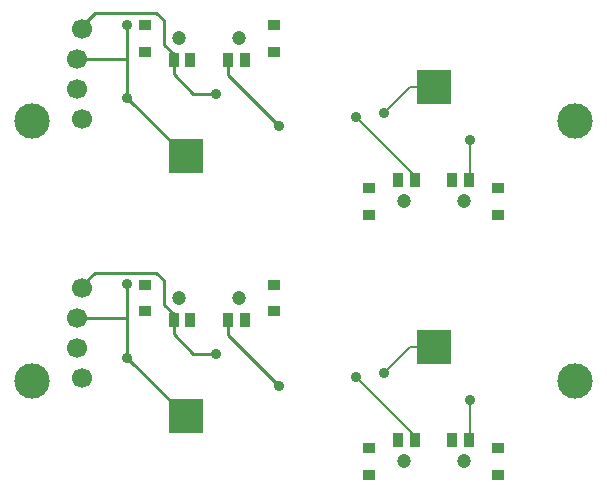
<source format=gbl>
G04 (created by PCBNEW (2013-07-07 BZR 4022)-stable) date 22/01/2014 05:32:29*
%MOIN*%
G04 Gerber Fmt 3.4, Leading zero omitted, Abs format*
%FSLAX34Y34*%
G01*
G70*
G90*
G04 APERTURE LIST*
%ADD10C,0.00590551*%
%ADD11R,0.11811X0.11811*%
%ADD12C,0.11811*%
%ADD13C,0.0472441*%
%ADD14R,0.0354331X0.0515748*%
%ADD15R,0.0433071X0.0318898*%
%ADD16C,0.0669*%
%ADD17C,0.035*%
%ADD18C,0.008*%
%ADD19C,0.01*%
G04 APERTURE END LIST*
G54D10*
G54D11*
X33851Y-31165D03*
G54D12*
X38582Y-32283D03*
G54D13*
X32851Y-34965D03*
X34851Y-34965D03*
G54D14*
X35044Y-34245D03*
X34481Y-34245D03*
X33221Y-34245D03*
X32658Y-34245D03*
G54D15*
X35992Y-34520D03*
X35992Y-35410D03*
X31709Y-34520D03*
X31709Y-35410D03*
G54D11*
X25590Y-33464D03*
G54D12*
X20472Y-32283D03*
G54D16*
X22125Y-32208D03*
X21968Y-31208D03*
X21968Y-30208D03*
X22125Y-29208D03*
G54D13*
X27377Y-29527D03*
X25377Y-29527D03*
G54D14*
X25185Y-30248D03*
X25748Y-30248D03*
X27007Y-30248D03*
X27570Y-30248D03*
G54D15*
X24236Y-29972D03*
X24236Y-29082D03*
X28519Y-29972D03*
X28519Y-29082D03*
G54D13*
X27377Y-20866D03*
X25377Y-20866D03*
G54D14*
X25185Y-21586D03*
X25748Y-21586D03*
X27007Y-21586D03*
X27570Y-21586D03*
G54D15*
X24236Y-21311D03*
X24236Y-20421D03*
X28519Y-21311D03*
X28519Y-20421D03*
G54D16*
X22125Y-23547D03*
X21968Y-22547D03*
X21968Y-21547D03*
X22125Y-20547D03*
G54D12*
X20472Y-23622D03*
G54D11*
X25590Y-24803D03*
G54D13*
X32851Y-26304D03*
X34851Y-26304D03*
G54D14*
X35044Y-25583D03*
X34481Y-25583D03*
X33221Y-25583D03*
X32658Y-25583D03*
G54D15*
X35992Y-25859D03*
X35992Y-26748D03*
X31709Y-25859D03*
X31709Y-26748D03*
G54D12*
X38582Y-23622D03*
G54D11*
X33851Y-22504D03*
G54D17*
X32201Y-32015D03*
X23622Y-31515D03*
X23622Y-29074D03*
X23622Y-20413D03*
X23622Y-22854D03*
X32201Y-23354D03*
X28706Y-32450D03*
X28706Y-23788D03*
X31251Y-32165D03*
X31251Y-23504D03*
X35051Y-32915D03*
X26594Y-31377D03*
X26594Y-22716D03*
X35051Y-24254D03*
G54D18*
X32201Y-32015D02*
X33051Y-31165D01*
X33051Y-31165D02*
X33851Y-31165D01*
G54D19*
X23622Y-30208D02*
X23622Y-31515D01*
X23622Y-29074D02*
X23622Y-30208D01*
X23641Y-31515D02*
X25590Y-33464D01*
X23622Y-31515D02*
X23641Y-31515D01*
X21968Y-30208D02*
X23622Y-30208D01*
X21968Y-21547D02*
X23622Y-21547D01*
X23622Y-22854D02*
X23641Y-22854D01*
X23641Y-22854D02*
X25590Y-24803D01*
X23622Y-20413D02*
X23622Y-21547D01*
X23622Y-21547D02*
X23622Y-22854D01*
G54D18*
X33051Y-22504D02*
X33851Y-22504D01*
X32201Y-23354D02*
X33051Y-22504D01*
G54D19*
X27007Y-30751D02*
X28706Y-32450D01*
X27007Y-30248D02*
X27007Y-30751D01*
X27007Y-21586D02*
X27007Y-22090D01*
X27007Y-22090D02*
X28706Y-23788D01*
G54D18*
X33221Y-34135D02*
X31251Y-32165D01*
X33221Y-34245D02*
X33221Y-34135D01*
X33221Y-25583D02*
X33221Y-25474D01*
X33221Y-25474D02*
X31251Y-23504D01*
X35051Y-34237D02*
X35051Y-32915D01*
X35044Y-34245D02*
X35051Y-34237D01*
G54D19*
X26594Y-31377D02*
X25846Y-31377D01*
X25846Y-31377D02*
X25185Y-30716D01*
X25185Y-30716D02*
X25185Y-30248D01*
X25185Y-30066D02*
X24862Y-29744D01*
X24862Y-29744D02*
X24862Y-28937D01*
X24862Y-28937D02*
X24606Y-28681D01*
X24606Y-28681D02*
X22574Y-28681D01*
X22574Y-28681D02*
X22047Y-29208D01*
X25185Y-30248D02*
X25185Y-30066D01*
X25185Y-21586D02*
X25185Y-21405D01*
X22574Y-20019D02*
X22047Y-20547D01*
X24606Y-20019D02*
X22574Y-20019D01*
X24862Y-20275D02*
X24606Y-20019D01*
X24862Y-21082D02*
X24862Y-20275D01*
X25185Y-21405D02*
X24862Y-21082D01*
X25185Y-22055D02*
X25185Y-21586D01*
X25846Y-22716D02*
X25185Y-22055D01*
X26594Y-22716D02*
X25846Y-22716D01*
G54D18*
X35044Y-25583D02*
X35051Y-25576D01*
X35051Y-25576D02*
X35051Y-24254D01*
M02*

</source>
